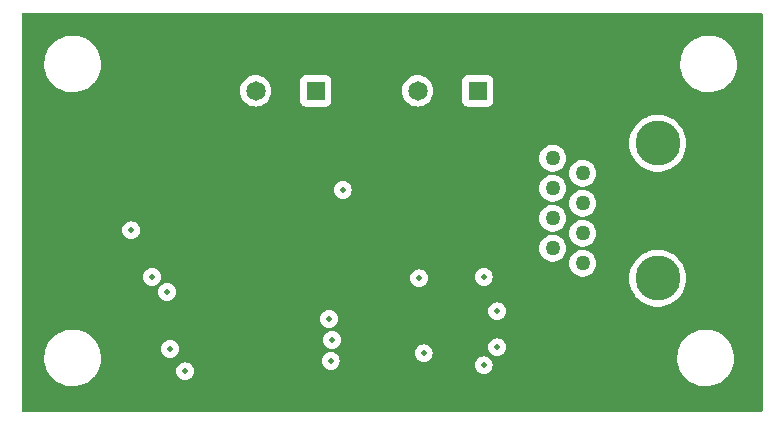
<source format=gbr>
%TF.GenerationSoftware,KiCad,Pcbnew,7.0.1*%
%TF.CreationDate,2023-04-09T11:27:42-07:00*%
%TF.ProjectId,RS485-Module,52533438-352d-44d6-9f64-756c652e6b69,rev?*%
%TF.SameCoordinates,Original*%
%TF.FileFunction,Copper,L3,Inr*%
%TF.FilePolarity,Positive*%
%FSLAX46Y46*%
G04 Gerber Fmt 4.6, Leading zero omitted, Abs format (unit mm)*
G04 Created by KiCad (PCBNEW 7.0.1) date 2023-04-09 11:27:42*
%MOMM*%
%LPD*%
G01*
G04 APERTURE LIST*
%TA.AperFunction,ComponentPad*%
%ADD10C,1.270000*%
%TD*%
%TA.AperFunction,ComponentPad*%
%ADD11C,3.810000*%
%TD*%
%TA.AperFunction,ComponentPad*%
%ADD12R,1.650000X1.650000*%
%TD*%
%TA.AperFunction,ComponentPad*%
%ADD13C,1.650000*%
%TD*%
%TA.AperFunction,ViaPad*%
%ADD14C,0.508000*%
%TD*%
G04 APERTURE END LIST*
D10*
%TO.N,Net-(J3-B)*%
%TO.C,P4*%
X185674000Y-104013000D03*
%TO.N,Net-(J1-B)*%
X183134000Y-102743000D03*
%TO.N,unconnected-(P4-Pad3)*%
X185674000Y-101473000D03*
%TO.N,unconnected-(P4-Pad4)*%
X183134000Y-100203000D03*
%TO.N,unconnected-(P4-Pad5)*%
X185674000Y-98933000D03*
%TO.N,unconnected-(P4-Pad6)*%
X183134000Y-97663000D03*
%TO.N,Net-(J5-B)*%
X185674000Y-96393000D03*
%TO.N,Net-(J7-B)*%
X183134000Y-95123000D03*
D11*
%TO.N,N/C*%
X192024000Y-105283000D03*
X192024000Y-93853000D03*
%TD*%
D12*
%TO.N,Z*%
%TO.C,P3*%
X176784000Y-89408000D03*
D13*
%TO.N,Y*%
X171704000Y-89408000D03*
%TD*%
D12*
%TO.N,A*%
%TO.C,P2*%
X163068000Y-89408000D03*
D13*
%TO.N,B*%
X157988000Y-89408000D03*
%TD*%
D14*
%TO.N,3.3V*%
X148717000Y-99314000D03*
X148717000Y-98298000D03*
X153289000Y-105156000D03*
%TO.N,Earth*%
X171831000Y-105283000D03*
%TO.N,Z*%
X164465000Y-110490000D03*
%TO.N,Y*%
X164338000Y-112268000D03*
%TO.N,B*%
X164211000Y-108712000D03*
%TO.N,Earth*%
X165354000Y-97790000D03*
%TO.N,3.3V*%
X176530000Y-97790000D03*
%TO.N,Net-(J7-B)*%
X177292000Y-112649000D03*
%TO.N,Net-(J5-B)*%
X178435000Y-111125000D03*
X178435000Y-108077000D03*
%TO.N,Net-(J7-B)*%
X177292000Y-105156000D03*
%TO.N,Earth*%
X172212000Y-111633000D03*
X152019000Y-113157000D03*
X150749000Y-111252000D03*
X147447000Y-101219000D03*
%TO.N,3.3V*%
X148844000Y-94107000D03*
%TO.N,Earth*%
X150495000Y-106426000D03*
X149225000Y-105156000D03*
%TO.N,3.3V*%
X152273000Y-106553000D03*
%TD*%
%TA.AperFunction,Conductor*%
%TO.N,3.3V*%
G36*
X200851500Y-82821113D02*
G01*
X200896887Y-82866500D01*
X200913500Y-82928500D01*
X200913500Y-116461500D01*
X200896887Y-116523500D01*
X200851500Y-116568887D01*
X200789500Y-116585500D01*
X138300500Y-116585500D01*
X138238500Y-116568887D01*
X138193113Y-116523500D01*
X138176500Y-116461500D01*
X138176500Y-111936903D01*
X140089794Y-111936903D01*
X140099672Y-112244972D01*
X140148867Y-112549261D01*
X140236570Y-112844760D01*
X140361334Y-113126604D01*
X140361336Y-113126608D01*
X140361337Y-113126609D01*
X140521123Y-113390193D01*
X140713304Y-113631181D01*
X140934724Y-113845614D01*
X141181747Y-114029972D01*
X141450318Y-114181228D01*
X141736025Y-114296899D01*
X142034179Y-114375084D01*
X142339883Y-114414500D01*
X142570974Y-114414500D01*
X142570978Y-114414500D01*
X142620639Y-114411311D01*
X142801601Y-114399693D01*
X143104151Y-114340772D01*
X143396683Y-114243644D01*
X143674393Y-114109907D01*
X143932720Y-113941754D01*
X144167424Y-113741948D01*
X144297298Y-113598941D01*
X144374646Y-113513774D01*
X144374647Y-113513771D01*
X144374650Y-113513769D01*
X144550996Y-113260963D01*
X144605234Y-113157000D01*
X151259725Y-113157000D01*
X151278762Y-113325951D01*
X151334918Y-113486437D01*
X151425377Y-113630402D01*
X151545597Y-113750622D01*
X151545599Y-113750623D01*
X151545600Y-113750624D01*
X151689563Y-113841082D01*
X151850046Y-113897237D01*
X152019000Y-113916274D01*
X152187954Y-113897237D01*
X152348437Y-113841082D01*
X152492400Y-113750624D01*
X152612624Y-113630400D01*
X152703082Y-113486437D01*
X152759237Y-113325954D01*
X152778274Y-113157000D01*
X152759237Y-112988046D01*
X152703082Y-112827563D01*
X152612624Y-112683600D01*
X152612623Y-112683599D01*
X152612622Y-112683597D01*
X152492402Y-112563377D01*
X152348437Y-112472918D01*
X152187951Y-112416762D01*
X152018999Y-112397725D01*
X151850048Y-112416762D01*
X151689562Y-112472918D01*
X151545597Y-112563377D01*
X151425377Y-112683597D01*
X151334918Y-112827562D01*
X151278762Y-112988048D01*
X151259725Y-113157000D01*
X144605234Y-113157000D01*
X144693567Y-112987683D01*
X144696970Y-112978437D01*
X144800020Y-112698416D01*
X144859697Y-112436954D01*
X144868609Y-112397908D01*
X144881141Y-112267999D01*
X163578725Y-112267999D01*
X163597762Y-112436951D01*
X163653918Y-112597437D01*
X163744377Y-112741402D01*
X163864597Y-112861622D01*
X163864599Y-112861623D01*
X163864600Y-112861624D01*
X164008563Y-112952082D01*
X164169046Y-113008237D01*
X164338000Y-113027274D01*
X164506954Y-113008237D01*
X164667437Y-112952082D01*
X164811400Y-112861624D01*
X164931624Y-112741400D01*
X164989683Y-112649000D01*
X176532725Y-112649000D01*
X176551762Y-112817951D01*
X176607918Y-112978437D01*
X176698377Y-113122402D01*
X176818597Y-113242622D01*
X176818599Y-113242623D01*
X176818600Y-113242624D01*
X176962563Y-113333082D01*
X177123046Y-113389237D01*
X177292000Y-113408274D01*
X177460954Y-113389237D01*
X177621437Y-113333082D01*
X177765400Y-113242624D01*
X177885624Y-113122400D01*
X177976082Y-112978437D01*
X178032237Y-112817954D01*
X178051274Y-112649000D01*
X178032237Y-112480046D01*
X177976082Y-112319563D01*
X177885624Y-112175600D01*
X177885623Y-112175599D01*
X177885622Y-112175597D01*
X177765402Y-112055377D01*
X177621437Y-111964918D01*
X177541374Y-111936903D01*
X193683794Y-111936903D01*
X193693672Y-112244972D01*
X193742867Y-112549261D01*
X193830570Y-112844760D01*
X193955334Y-113126604D01*
X193955336Y-113126608D01*
X193955337Y-113126609D01*
X194115123Y-113390193D01*
X194307304Y-113631181D01*
X194528724Y-113845614D01*
X194775747Y-114029972D01*
X195044318Y-114181228D01*
X195330025Y-114296899D01*
X195628179Y-114375084D01*
X195933883Y-114414500D01*
X196164974Y-114414500D01*
X196164978Y-114414500D01*
X196214639Y-114411311D01*
X196395601Y-114399693D01*
X196698151Y-114340772D01*
X196990683Y-114243644D01*
X197268393Y-114109907D01*
X197526720Y-113941754D01*
X197761424Y-113741948D01*
X197891298Y-113598941D01*
X197968646Y-113513774D01*
X197968647Y-113513771D01*
X197968650Y-113513769D01*
X198144996Y-113260963D01*
X198287567Y-112987683D01*
X198290970Y-112978437D01*
X198394020Y-112698416D01*
X198453697Y-112436954D01*
X198462609Y-112397908D01*
X198492206Y-112091098D01*
X198482327Y-111783022D01*
X198433133Y-111478739D01*
X198345431Y-111183244D01*
X198341375Y-111174081D01*
X198220665Y-110901395D01*
X198220663Y-110901391D01*
X198060877Y-110637807D01*
X197868696Y-110396819D01*
X197647276Y-110182386D01*
X197400253Y-109998028D01*
X197131682Y-109846772D01*
X196845975Y-109731101D01*
X196611417Y-109669592D01*
X196547818Y-109652915D01*
X196295227Y-109620347D01*
X196242117Y-109613500D01*
X196011026Y-109613500D01*
X196011022Y-109613500D01*
X195780397Y-109628307D01*
X195477854Y-109687226D01*
X195346844Y-109730725D01*
X195185317Y-109784356D01*
X195185314Y-109784357D01*
X195185312Y-109784358D01*
X194907612Y-109918089D01*
X194649274Y-110086249D01*
X194414575Y-110286052D01*
X194207353Y-110514225D01*
X194031002Y-110767039D01*
X193888432Y-111040316D01*
X193781979Y-111329583D01*
X193713390Y-111630092D01*
X193683794Y-111936903D01*
X177541374Y-111936903D01*
X177460951Y-111908762D01*
X177291999Y-111889725D01*
X177123048Y-111908762D01*
X176962562Y-111964918D01*
X176818597Y-112055377D01*
X176698377Y-112175597D01*
X176607918Y-112319562D01*
X176551762Y-112480048D01*
X176532725Y-112649000D01*
X164989683Y-112649000D01*
X165022082Y-112597437D01*
X165078237Y-112436954D01*
X165097274Y-112268000D01*
X165078237Y-112099046D01*
X165022082Y-111938563D01*
X164931624Y-111794600D01*
X164931623Y-111794599D01*
X164931622Y-111794597D01*
X164811402Y-111674377D01*
X164745551Y-111633000D01*
X171452725Y-111633000D01*
X171471762Y-111801951D01*
X171527918Y-111962437D01*
X171618377Y-112106402D01*
X171738597Y-112226622D01*
X171738599Y-112226623D01*
X171738600Y-112226624D01*
X171882563Y-112317082D01*
X172043046Y-112373237D01*
X172212000Y-112392274D01*
X172380954Y-112373237D01*
X172541437Y-112317082D01*
X172685400Y-112226624D01*
X172805624Y-112106400D01*
X172896082Y-111962437D01*
X172952237Y-111801954D01*
X172971274Y-111633000D01*
X172952237Y-111464046D01*
X172896082Y-111303563D01*
X172805624Y-111159600D01*
X172805623Y-111159599D01*
X172805622Y-111159597D01*
X172771025Y-111125000D01*
X177675725Y-111125000D01*
X177694762Y-111293951D01*
X177750918Y-111454437D01*
X177841377Y-111598402D01*
X177961597Y-111718622D01*
X177961599Y-111718623D01*
X177961600Y-111718624D01*
X178105563Y-111809082D01*
X178266046Y-111865237D01*
X178435000Y-111884274D01*
X178603954Y-111865237D01*
X178764437Y-111809082D01*
X178908400Y-111718624D01*
X179028624Y-111598400D01*
X179119082Y-111454437D01*
X179175237Y-111293954D01*
X179194274Y-111125000D01*
X179175237Y-110956046D01*
X179119082Y-110795563D01*
X179028624Y-110651600D01*
X179028623Y-110651599D01*
X179028622Y-110651597D01*
X178908402Y-110531377D01*
X178764437Y-110440918D01*
X178603951Y-110384762D01*
X178435000Y-110365725D01*
X178266048Y-110384762D01*
X178105562Y-110440918D01*
X177961597Y-110531377D01*
X177841377Y-110651597D01*
X177750918Y-110795562D01*
X177694762Y-110956048D01*
X177675725Y-111125000D01*
X172771025Y-111125000D01*
X172685402Y-111039377D01*
X172541437Y-110948918D01*
X172405623Y-110901395D01*
X172380954Y-110892763D01*
X172380953Y-110892762D01*
X172380951Y-110892762D01*
X172211999Y-110873725D01*
X172043048Y-110892762D01*
X171882562Y-110948918D01*
X171738597Y-111039377D01*
X171618377Y-111159597D01*
X171527918Y-111303562D01*
X171471762Y-111464048D01*
X171452725Y-111633000D01*
X164745551Y-111633000D01*
X164667437Y-111583918D01*
X164506951Y-111527762D01*
X164338000Y-111508725D01*
X164169048Y-111527762D01*
X164008562Y-111583918D01*
X163864597Y-111674377D01*
X163744377Y-111794597D01*
X163653918Y-111938562D01*
X163597762Y-112099048D01*
X163578725Y-112267999D01*
X144881141Y-112267999D01*
X144898206Y-112091098D01*
X144888327Y-111783022D01*
X144839133Y-111478739D01*
X144771838Y-111252000D01*
X149989725Y-111252000D01*
X150008762Y-111420951D01*
X150064918Y-111581437D01*
X150155377Y-111725402D01*
X150275597Y-111845622D01*
X150275599Y-111845623D01*
X150275600Y-111845624D01*
X150419563Y-111936082D01*
X150580046Y-111992237D01*
X150692681Y-112004928D01*
X150748999Y-112011274D01*
X150748999Y-112011273D01*
X150749000Y-112011274D01*
X150917954Y-111992237D01*
X151078437Y-111936082D01*
X151222400Y-111845624D01*
X151342624Y-111725400D01*
X151433082Y-111581437D01*
X151489237Y-111420954D01*
X151508274Y-111252000D01*
X151489237Y-111083046D01*
X151433082Y-110922563D01*
X151342624Y-110778600D01*
X151342623Y-110778599D01*
X151342622Y-110778597D01*
X151222402Y-110658377D01*
X151078437Y-110567918D01*
X150917951Y-110511762D01*
X150749000Y-110492725D01*
X150580048Y-110511762D01*
X150419562Y-110567918D01*
X150275597Y-110658377D01*
X150155377Y-110778597D01*
X150064918Y-110922562D01*
X150008762Y-111083048D01*
X149989725Y-111252000D01*
X144771838Y-111252000D01*
X144751431Y-111183244D01*
X144747375Y-111174081D01*
X144626665Y-110901395D01*
X144626663Y-110901391D01*
X144466877Y-110637807D01*
X144349004Y-110489999D01*
X163705725Y-110489999D01*
X163724762Y-110658951D01*
X163780918Y-110819437D01*
X163871377Y-110963402D01*
X163991597Y-111083622D01*
X163991599Y-111083623D01*
X163991600Y-111083624D01*
X164135563Y-111174082D01*
X164296046Y-111230237D01*
X164465000Y-111249274D01*
X164633954Y-111230237D01*
X164794437Y-111174082D01*
X164938400Y-111083624D01*
X165058624Y-110963400D01*
X165149082Y-110819437D01*
X165205237Y-110658954D01*
X165224274Y-110490000D01*
X165205237Y-110321046D01*
X165149082Y-110160563D01*
X165058624Y-110016600D01*
X165058623Y-110016599D01*
X165058622Y-110016597D01*
X164938402Y-109896377D01*
X164794437Y-109805918D01*
X164633951Y-109749762D01*
X164465000Y-109730725D01*
X164296048Y-109749762D01*
X164135562Y-109805918D01*
X163991597Y-109896377D01*
X163871377Y-110016597D01*
X163780918Y-110160562D01*
X163724762Y-110321048D01*
X163705725Y-110489999D01*
X144349004Y-110489999D01*
X144274696Y-110396819D01*
X144053276Y-110182386D01*
X143806253Y-109998028D01*
X143537682Y-109846772D01*
X143251975Y-109731101D01*
X143017417Y-109669592D01*
X142953818Y-109652915D01*
X142701227Y-109620347D01*
X142648117Y-109613500D01*
X142417026Y-109613500D01*
X142417022Y-109613500D01*
X142186397Y-109628307D01*
X141883854Y-109687226D01*
X141752844Y-109730725D01*
X141591317Y-109784356D01*
X141591314Y-109784357D01*
X141591312Y-109784358D01*
X141313612Y-109918089D01*
X141055274Y-110086249D01*
X140820575Y-110286052D01*
X140613353Y-110514225D01*
X140437002Y-110767039D01*
X140294432Y-111040316D01*
X140187979Y-111329583D01*
X140119390Y-111630092D01*
X140089794Y-111936903D01*
X138176500Y-111936903D01*
X138176500Y-108712000D01*
X163451725Y-108712000D01*
X163470762Y-108880951D01*
X163526918Y-109041437D01*
X163617377Y-109185402D01*
X163737597Y-109305622D01*
X163737599Y-109305623D01*
X163737600Y-109305624D01*
X163881563Y-109396082D01*
X164042046Y-109452237D01*
X164211000Y-109471274D01*
X164379954Y-109452237D01*
X164540437Y-109396082D01*
X164684400Y-109305624D01*
X164804624Y-109185400D01*
X164895082Y-109041437D01*
X164951237Y-108880954D01*
X164970274Y-108712000D01*
X164951237Y-108543046D01*
X164895082Y-108382563D01*
X164804624Y-108238600D01*
X164804623Y-108238599D01*
X164804622Y-108238597D01*
X164684402Y-108118377D01*
X164618551Y-108077000D01*
X177675725Y-108077000D01*
X177694762Y-108245951D01*
X177750918Y-108406437D01*
X177841377Y-108550402D01*
X177961597Y-108670622D01*
X177961599Y-108670623D01*
X177961600Y-108670624D01*
X178105563Y-108761082D01*
X178266046Y-108817237D01*
X178435000Y-108836274D01*
X178603954Y-108817237D01*
X178764437Y-108761082D01*
X178908400Y-108670624D01*
X179028624Y-108550400D01*
X179119082Y-108406437D01*
X179175237Y-108245954D01*
X179194274Y-108077000D01*
X179175237Y-107908046D01*
X179119082Y-107747563D01*
X179028624Y-107603600D01*
X179028623Y-107603599D01*
X179028622Y-107603597D01*
X178908402Y-107483377D01*
X178764437Y-107392918D01*
X178603951Y-107336762D01*
X178435000Y-107317725D01*
X178266048Y-107336762D01*
X178105562Y-107392918D01*
X177961597Y-107483377D01*
X177841377Y-107603597D01*
X177750918Y-107747562D01*
X177694762Y-107908048D01*
X177675725Y-108077000D01*
X164618551Y-108077000D01*
X164540437Y-108027918D01*
X164379951Y-107971762D01*
X164211000Y-107952725D01*
X164042048Y-107971762D01*
X163881562Y-108027918D01*
X163737597Y-108118377D01*
X163617377Y-108238597D01*
X163526918Y-108382562D01*
X163470762Y-108543048D01*
X163451725Y-108712000D01*
X138176500Y-108712000D01*
X138176500Y-106426000D01*
X149735725Y-106426000D01*
X149754762Y-106594951D01*
X149810918Y-106755437D01*
X149901377Y-106899402D01*
X150021597Y-107019622D01*
X150021599Y-107019623D01*
X150021600Y-107019624D01*
X150165563Y-107110082D01*
X150326046Y-107166237D01*
X150495000Y-107185274D01*
X150663954Y-107166237D01*
X150824437Y-107110082D01*
X150968400Y-107019624D01*
X151088624Y-106899400D01*
X151179082Y-106755437D01*
X151235237Y-106594954D01*
X151254274Y-106426000D01*
X151235237Y-106257046D01*
X151179082Y-106096563D01*
X151088624Y-105952600D01*
X151088623Y-105952599D01*
X151088622Y-105952597D01*
X150968402Y-105832377D01*
X150824437Y-105741918D01*
X150663951Y-105685762D01*
X150495000Y-105666725D01*
X150326048Y-105685762D01*
X150165562Y-105741918D01*
X150021597Y-105832377D01*
X149901377Y-105952597D01*
X149810918Y-106096562D01*
X149754762Y-106257048D01*
X149735725Y-106426000D01*
X138176500Y-106426000D01*
X138176500Y-105155999D01*
X148465725Y-105155999D01*
X148484762Y-105324951D01*
X148540918Y-105485437D01*
X148631377Y-105629402D01*
X148751597Y-105749622D01*
X148751599Y-105749623D01*
X148751600Y-105749624D01*
X148895563Y-105840082D01*
X149056046Y-105896237D01*
X149225000Y-105915274D01*
X149393954Y-105896237D01*
X149554437Y-105840082D01*
X149698400Y-105749624D01*
X149818624Y-105629400D01*
X149909082Y-105485437D01*
X149965237Y-105324954D01*
X149969964Y-105283000D01*
X171071725Y-105283000D01*
X171090762Y-105451951D01*
X171146918Y-105612437D01*
X171237377Y-105756402D01*
X171357597Y-105876622D01*
X171357599Y-105876623D01*
X171357600Y-105876624D01*
X171501563Y-105967082D01*
X171662046Y-106023237D01*
X171774682Y-106035928D01*
X171830999Y-106042274D01*
X171830999Y-106042273D01*
X171831000Y-106042274D01*
X171999954Y-106023237D01*
X172160437Y-105967082D01*
X172304400Y-105876624D01*
X172424624Y-105756400D01*
X172515082Y-105612437D01*
X172571237Y-105451954D01*
X172590274Y-105283000D01*
X172575964Y-105155999D01*
X176532725Y-105155999D01*
X176551762Y-105324951D01*
X176607918Y-105485437D01*
X176698377Y-105629402D01*
X176818597Y-105749622D01*
X176818599Y-105749623D01*
X176818600Y-105749624D01*
X176962563Y-105840082D01*
X177123046Y-105896237D01*
X177292000Y-105915274D01*
X177460954Y-105896237D01*
X177621437Y-105840082D01*
X177765400Y-105749624D01*
X177885624Y-105629400D01*
X177976082Y-105485437D01*
X178032237Y-105324954D01*
X178036964Y-105283000D01*
X189613743Y-105283000D01*
X189632749Y-105585079D01*
X189689467Y-105882409D01*
X189782999Y-106170269D01*
X189783001Y-106170274D01*
X189911877Y-106444150D01*
X190074062Y-106699713D01*
X190120161Y-106755437D01*
X190266998Y-106932933D01*
X190487646Y-107140136D01*
X190732519Y-107318046D01*
X190868711Y-107392918D01*
X190997763Y-107463865D01*
X191279190Y-107575290D01*
X191572363Y-107650564D01*
X191796784Y-107678914D01*
X191872657Y-107688500D01*
X191872659Y-107688500D01*
X192175341Y-107688500D01*
X192175343Y-107688500D01*
X192242704Y-107679989D01*
X192475637Y-107650564D01*
X192768810Y-107575290D01*
X193050237Y-107463865D01*
X193315480Y-107318046D01*
X193315922Y-107317725D01*
X193560353Y-107140136D01*
X193688687Y-107019622D01*
X193781001Y-106932934D01*
X193973938Y-106699713D01*
X194136123Y-106444150D01*
X194264999Y-106170274D01*
X194358533Y-105882406D01*
X194415250Y-105585085D01*
X194434256Y-105283000D01*
X194415250Y-104980915D01*
X194358533Y-104683594D01*
X194264999Y-104395726D01*
X194136123Y-104121850D01*
X193973938Y-103866287D01*
X193781001Y-103633066D01*
X193746911Y-103601053D01*
X193560353Y-103425863D01*
X193315480Y-103247953D01*
X193050238Y-103102135D01*
X192768807Y-102990709D01*
X192475638Y-102915436D01*
X192175343Y-102877500D01*
X192175341Y-102877500D01*
X191872659Y-102877500D01*
X191872657Y-102877500D01*
X191572361Y-102915436D01*
X191279192Y-102990709D01*
X190997761Y-103102135D01*
X190732519Y-103247953D01*
X190487646Y-103425863D01*
X190266998Y-103633066D01*
X190095948Y-103839831D01*
X190074062Y-103866287D01*
X189980956Y-104012999D01*
X189911877Y-104121850D01*
X189782999Y-104395730D01*
X189689467Y-104683590D01*
X189632749Y-104980920D01*
X189613743Y-105283000D01*
X178036964Y-105283000D01*
X178051274Y-105156000D01*
X178032237Y-104987046D01*
X177976082Y-104826563D01*
X177885624Y-104682600D01*
X177885623Y-104682599D01*
X177885622Y-104682597D01*
X177765402Y-104562377D01*
X177621437Y-104471918D01*
X177460954Y-104415763D01*
X177460953Y-104415762D01*
X177460951Y-104415762D01*
X177292000Y-104396725D01*
X177123048Y-104415762D01*
X176962562Y-104471918D01*
X176818597Y-104562377D01*
X176698377Y-104682597D01*
X176607918Y-104826562D01*
X176551762Y-104987048D01*
X176532725Y-105155999D01*
X172575964Y-105155999D01*
X172571237Y-105114046D01*
X172515082Y-104953563D01*
X172424624Y-104809600D01*
X172424623Y-104809599D01*
X172424622Y-104809597D01*
X172304402Y-104689377D01*
X172160437Y-104598918D01*
X171999951Y-104542762D01*
X171831000Y-104523725D01*
X171662048Y-104542762D01*
X171501562Y-104598918D01*
X171357597Y-104689377D01*
X171237377Y-104809597D01*
X171146918Y-104953562D01*
X171090762Y-105114048D01*
X171071725Y-105283000D01*
X149969964Y-105283000D01*
X149984274Y-105156000D01*
X149965237Y-104987046D01*
X149909082Y-104826563D01*
X149818624Y-104682600D01*
X149818623Y-104682599D01*
X149818622Y-104682597D01*
X149698402Y-104562377D01*
X149554437Y-104471918D01*
X149393954Y-104415763D01*
X149393953Y-104415762D01*
X149393951Y-104415762D01*
X149225000Y-104396725D01*
X149056048Y-104415762D01*
X148895562Y-104471918D01*
X148751597Y-104562377D01*
X148631377Y-104682597D01*
X148540918Y-104826562D01*
X148484762Y-104987048D01*
X148465725Y-105155999D01*
X138176500Y-105155999D01*
X138176500Y-104012999D01*
X184533635Y-104012999D01*
X184553051Y-104222544D01*
X184610640Y-104424947D01*
X184704439Y-104613322D01*
X184831260Y-104781260D01*
X184986774Y-104923029D01*
X184986776Y-104923030D01*
X184986777Y-104923031D01*
X185165696Y-105033813D01*
X185361924Y-105109832D01*
X185568780Y-105148500D01*
X185779218Y-105148500D01*
X185779220Y-105148500D01*
X185986076Y-105109832D01*
X186182304Y-105033813D01*
X186361223Y-104923031D01*
X186516740Y-104781259D01*
X186643558Y-104613325D01*
X186643558Y-104613323D01*
X186643560Y-104613322D01*
X186737359Y-104424947D01*
X186794948Y-104222544D01*
X186797763Y-104192156D01*
X186814365Y-104013000D01*
X186798319Y-103839832D01*
X186794948Y-103803455D01*
X186737359Y-103601052D01*
X186643560Y-103412677D01*
X186516739Y-103244739D01*
X186361225Y-103102970D01*
X186182304Y-102992187D01*
X186079968Y-102952542D01*
X185986076Y-102916168D01*
X185779220Y-102877500D01*
X185568780Y-102877500D01*
X185365840Y-102915436D01*
X185361924Y-102916168D01*
X185165695Y-102992187D01*
X184986774Y-103102970D01*
X184831260Y-103244739D01*
X184704439Y-103412677D01*
X184610640Y-103601052D01*
X184553051Y-103803455D01*
X184533635Y-104012999D01*
X138176500Y-104012999D01*
X138176500Y-102743000D01*
X181993635Y-102743000D01*
X182013051Y-102952544D01*
X182070640Y-103154947D01*
X182164439Y-103343322D01*
X182291260Y-103511260D01*
X182446774Y-103653029D01*
X182446776Y-103653030D01*
X182446777Y-103653031D01*
X182625696Y-103763813D01*
X182821924Y-103839832D01*
X183028780Y-103878500D01*
X183239218Y-103878500D01*
X183239220Y-103878500D01*
X183446076Y-103839832D01*
X183642304Y-103763813D01*
X183821223Y-103653031D01*
X183976740Y-103511259D01*
X184103558Y-103343325D01*
X184103558Y-103343323D01*
X184103560Y-103343322D01*
X184197359Y-103154947D01*
X184254948Y-102952544D01*
X184258386Y-102915436D01*
X184274365Y-102743000D01*
X184258319Y-102569832D01*
X184254948Y-102533455D01*
X184197359Y-102331052D01*
X184103560Y-102142677D01*
X183976739Y-101974739D01*
X183821225Y-101832970D01*
X183642304Y-101722187D01*
X183565420Y-101692402D01*
X183446076Y-101646168D01*
X183239220Y-101607500D01*
X183028780Y-101607500D01*
X182821924Y-101646167D01*
X182821924Y-101646168D01*
X182625695Y-101722187D01*
X182446774Y-101832970D01*
X182291260Y-101974739D01*
X182164439Y-102142677D01*
X182070640Y-102331052D01*
X182013051Y-102533455D01*
X181993635Y-102743000D01*
X138176500Y-102743000D01*
X138176500Y-101218999D01*
X146687725Y-101218999D01*
X146706762Y-101387951D01*
X146762918Y-101548437D01*
X146853377Y-101692402D01*
X146973597Y-101812622D01*
X146973599Y-101812623D01*
X146973600Y-101812624D01*
X147117563Y-101903082D01*
X147278046Y-101959237D01*
X147447000Y-101978274D01*
X147615954Y-101959237D01*
X147776437Y-101903082D01*
X147920400Y-101812624D01*
X148040624Y-101692400D01*
X148131082Y-101548437D01*
X148157478Y-101473000D01*
X184533635Y-101473000D01*
X184553051Y-101682544D01*
X184610640Y-101884947D01*
X184704439Y-102073322D01*
X184831260Y-102241260D01*
X184986774Y-102383029D01*
X184986776Y-102383030D01*
X184986777Y-102383031D01*
X185165696Y-102493813D01*
X185361924Y-102569832D01*
X185568780Y-102608500D01*
X185779218Y-102608500D01*
X185779220Y-102608500D01*
X185986076Y-102569832D01*
X186182304Y-102493813D01*
X186361223Y-102383031D01*
X186516740Y-102241259D01*
X186643558Y-102073325D01*
X186643558Y-102073323D01*
X186643560Y-102073322D01*
X186737359Y-101884947D01*
X186794948Y-101682544D01*
X186798319Y-101646168D01*
X186814365Y-101473000D01*
X186798319Y-101299832D01*
X186794948Y-101263455D01*
X186737359Y-101061052D01*
X186643560Y-100872677D01*
X186516739Y-100704739D01*
X186361225Y-100562970D01*
X186182304Y-100452187D01*
X186079968Y-100412542D01*
X185986076Y-100376168D01*
X185779220Y-100337500D01*
X185568780Y-100337500D01*
X185361923Y-100376168D01*
X185361924Y-100376168D01*
X185165695Y-100452187D01*
X184986774Y-100562970D01*
X184831260Y-100704739D01*
X184704439Y-100872677D01*
X184610640Y-101061052D01*
X184553051Y-101263455D01*
X184533635Y-101473000D01*
X148157478Y-101473000D01*
X148187237Y-101387954D01*
X148206274Y-101219000D01*
X148187237Y-101050046D01*
X148131082Y-100889563D01*
X148040624Y-100745600D01*
X148040623Y-100745599D01*
X148040622Y-100745597D01*
X147920402Y-100625377D01*
X147776437Y-100534918D01*
X147615951Y-100478762D01*
X147447000Y-100459725D01*
X147278048Y-100478762D01*
X147117562Y-100534918D01*
X146973597Y-100625377D01*
X146853377Y-100745597D01*
X146762918Y-100889562D01*
X146706762Y-101050048D01*
X146687725Y-101218999D01*
X138176500Y-101218999D01*
X138176500Y-100202999D01*
X181993635Y-100202999D01*
X182013051Y-100412544D01*
X182070640Y-100614947D01*
X182164439Y-100803322D01*
X182291260Y-100971260D01*
X182446774Y-101113029D01*
X182446776Y-101113030D01*
X182446777Y-101113031D01*
X182625696Y-101223813D01*
X182821924Y-101299832D01*
X183028780Y-101338500D01*
X183239218Y-101338500D01*
X183239220Y-101338500D01*
X183446076Y-101299832D01*
X183642304Y-101223813D01*
X183821223Y-101113031D01*
X183976740Y-100971259D01*
X184103558Y-100803325D01*
X184103558Y-100803323D01*
X184103560Y-100803322D01*
X184197359Y-100614947D01*
X184254948Y-100412544D01*
X184258319Y-100376168D01*
X184274365Y-100203000D01*
X184258319Y-100029832D01*
X184254948Y-99993455D01*
X184197359Y-99791052D01*
X184103560Y-99602677D01*
X183976739Y-99434739D01*
X183821225Y-99292970D01*
X183642304Y-99182187D01*
X183539968Y-99142542D01*
X183446076Y-99106168D01*
X183239220Y-99067500D01*
X183028780Y-99067500D01*
X182821924Y-99106167D01*
X182821924Y-99106168D01*
X182625695Y-99182187D01*
X182446774Y-99292970D01*
X182291260Y-99434739D01*
X182164439Y-99602677D01*
X182070640Y-99791052D01*
X182013051Y-99993455D01*
X181993635Y-100202999D01*
X138176500Y-100202999D01*
X138176500Y-98932999D01*
X184533635Y-98932999D01*
X184553051Y-99142544D01*
X184610640Y-99344947D01*
X184704439Y-99533322D01*
X184831260Y-99701260D01*
X184986774Y-99843029D01*
X184986776Y-99843030D01*
X184986777Y-99843031D01*
X185165696Y-99953813D01*
X185361924Y-100029832D01*
X185568780Y-100068500D01*
X185779218Y-100068500D01*
X185779220Y-100068500D01*
X185986076Y-100029832D01*
X186182304Y-99953813D01*
X186361223Y-99843031D01*
X186516740Y-99701259D01*
X186643558Y-99533325D01*
X186643558Y-99533323D01*
X186643560Y-99533322D01*
X186737359Y-99344947D01*
X186794948Y-99142544D01*
X186798319Y-99106168D01*
X186814365Y-98933000D01*
X186798319Y-98759832D01*
X186794948Y-98723455D01*
X186737359Y-98521052D01*
X186643560Y-98332677D01*
X186516739Y-98164739D01*
X186361225Y-98022970D01*
X186182304Y-97912187D01*
X186079968Y-97872542D01*
X185986076Y-97836168D01*
X185779220Y-97797500D01*
X185568780Y-97797500D01*
X185361924Y-97836167D01*
X185361924Y-97836168D01*
X185165695Y-97912187D01*
X184986774Y-98022970D01*
X184831260Y-98164739D01*
X184704439Y-98332677D01*
X184610640Y-98521052D01*
X184553051Y-98723455D01*
X184533635Y-98932999D01*
X138176500Y-98932999D01*
X138176500Y-97790000D01*
X164594725Y-97790000D01*
X164613762Y-97958951D01*
X164669918Y-98119437D01*
X164760377Y-98263402D01*
X164880597Y-98383622D01*
X164880599Y-98383623D01*
X164880600Y-98383624D01*
X165024563Y-98474082D01*
X165185046Y-98530237D01*
X165354000Y-98549274D01*
X165522954Y-98530237D01*
X165683437Y-98474082D01*
X165827400Y-98383624D01*
X165947624Y-98263400D01*
X166038082Y-98119437D01*
X166094237Y-97958954D01*
X166113274Y-97790000D01*
X166098964Y-97663000D01*
X181993635Y-97663000D01*
X182013051Y-97872544D01*
X182070640Y-98074947D01*
X182164439Y-98263322D01*
X182291260Y-98431260D01*
X182446774Y-98573029D01*
X182446776Y-98573030D01*
X182446777Y-98573031D01*
X182625696Y-98683813D01*
X182821924Y-98759832D01*
X183028780Y-98798500D01*
X183239218Y-98798500D01*
X183239220Y-98798500D01*
X183446076Y-98759832D01*
X183642304Y-98683813D01*
X183821223Y-98573031D01*
X183976740Y-98431259D01*
X184103558Y-98263325D01*
X184103558Y-98263323D01*
X184103560Y-98263322D01*
X184197359Y-98074947D01*
X184254948Y-97872544D01*
X184258319Y-97836168D01*
X184274365Y-97663000D01*
X184258319Y-97489832D01*
X184254948Y-97453455D01*
X184197359Y-97251052D01*
X184103560Y-97062677D01*
X183976739Y-96894739D01*
X183821225Y-96752970D01*
X183642304Y-96642187D01*
X183539968Y-96602542D01*
X183446076Y-96566168D01*
X183239220Y-96527500D01*
X183028780Y-96527500D01*
X182821923Y-96566168D01*
X182821924Y-96566168D01*
X182625695Y-96642187D01*
X182446774Y-96752970D01*
X182291260Y-96894739D01*
X182164439Y-97062677D01*
X182070640Y-97251052D01*
X182013051Y-97453455D01*
X181993635Y-97663000D01*
X166098964Y-97663000D01*
X166094237Y-97621046D01*
X166038082Y-97460563D01*
X165947624Y-97316600D01*
X165947623Y-97316599D01*
X165947622Y-97316597D01*
X165827402Y-97196377D01*
X165683437Y-97105918D01*
X165522951Y-97049762D01*
X165354000Y-97030725D01*
X165185048Y-97049762D01*
X165024562Y-97105918D01*
X164880597Y-97196377D01*
X164760377Y-97316597D01*
X164669918Y-97460562D01*
X164613762Y-97621048D01*
X164594725Y-97790000D01*
X138176500Y-97790000D01*
X138176500Y-96392999D01*
X184533635Y-96392999D01*
X184553051Y-96602544D01*
X184610640Y-96804947D01*
X184704439Y-96993322D01*
X184831260Y-97161260D01*
X184986774Y-97303029D01*
X184986776Y-97303030D01*
X184986777Y-97303031D01*
X185165696Y-97413813D01*
X185361924Y-97489832D01*
X185568780Y-97528500D01*
X185779218Y-97528500D01*
X185779220Y-97528500D01*
X185986076Y-97489832D01*
X186182304Y-97413813D01*
X186361223Y-97303031D01*
X186516740Y-97161259D01*
X186643558Y-96993325D01*
X186643558Y-96993323D01*
X186643560Y-96993322D01*
X186737359Y-96804947D01*
X186794948Y-96602544D01*
X186798319Y-96566168D01*
X186814365Y-96393000D01*
X186798319Y-96219832D01*
X186794948Y-96183455D01*
X186737359Y-95981052D01*
X186643560Y-95792677D01*
X186516739Y-95624739D01*
X186361225Y-95482970D01*
X186182304Y-95372187D01*
X186079968Y-95332542D01*
X185986076Y-95296168D01*
X185779220Y-95257500D01*
X185568780Y-95257500D01*
X185361923Y-95296168D01*
X185361924Y-95296168D01*
X185165695Y-95372187D01*
X184986774Y-95482970D01*
X184831260Y-95624739D01*
X184704439Y-95792677D01*
X184610640Y-95981052D01*
X184553051Y-96183455D01*
X184533635Y-96392999D01*
X138176500Y-96392999D01*
X138176500Y-95123000D01*
X181993635Y-95123000D01*
X182013051Y-95332544D01*
X182070640Y-95534947D01*
X182164439Y-95723322D01*
X182291260Y-95891260D01*
X182446774Y-96033029D01*
X182446776Y-96033030D01*
X182446777Y-96033031D01*
X182625696Y-96143813D01*
X182821924Y-96219832D01*
X183028780Y-96258500D01*
X183239218Y-96258500D01*
X183239220Y-96258500D01*
X183446076Y-96219832D01*
X183642304Y-96143813D01*
X183821223Y-96033031D01*
X183976740Y-95891259D01*
X184103558Y-95723325D01*
X184103558Y-95723323D01*
X184103560Y-95723322D01*
X184197359Y-95534947D01*
X184254948Y-95332544D01*
X184260770Y-95269713D01*
X184274365Y-95123000D01*
X184254948Y-94913458D01*
X184254948Y-94913455D01*
X184197359Y-94711052D01*
X184103560Y-94522677D01*
X183976739Y-94354739D01*
X183821225Y-94212970D01*
X183642304Y-94102187D01*
X183642303Y-94102186D01*
X183446076Y-94026168D01*
X183239220Y-93987500D01*
X183028780Y-93987500D01*
X182821924Y-94026167D01*
X182821924Y-94026168D01*
X182625695Y-94102187D01*
X182446774Y-94212970D01*
X182291260Y-94354739D01*
X182164439Y-94522677D01*
X182070640Y-94711052D01*
X182013051Y-94913455D01*
X181993635Y-95123000D01*
X138176500Y-95123000D01*
X138176500Y-93852999D01*
X189613743Y-93852999D01*
X189632749Y-94155079D01*
X189689467Y-94452409D01*
X189782999Y-94740269D01*
X189783001Y-94740274D01*
X189911877Y-95014150D01*
X190074062Y-95269713D01*
X190158836Y-95372187D01*
X190266998Y-95502933D01*
X190487646Y-95710136D01*
X190732519Y-95888046D01*
X190996242Y-96033029D01*
X190997763Y-96033865D01*
X191279190Y-96145290D01*
X191572363Y-96220564D01*
X191796785Y-96248914D01*
X191872657Y-96258500D01*
X191872659Y-96258500D01*
X192175341Y-96258500D01*
X192175343Y-96258500D01*
X192242704Y-96249989D01*
X192475637Y-96220564D01*
X192768810Y-96145290D01*
X193050237Y-96033865D01*
X193315480Y-95888046D01*
X193315479Y-95888046D01*
X193560353Y-95710136D01*
X193651289Y-95624741D01*
X193781001Y-95502934D01*
X193973938Y-95269713D01*
X194136123Y-95014150D01*
X194264999Y-94740274D01*
X194358533Y-94452406D01*
X194415250Y-94155085D01*
X194434256Y-93853000D01*
X194415250Y-93550915D01*
X194358533Y-93253594D01*
X194264999Y-92965726D01*
X194136123Y-92691850D01*
X193973938Y-92436287D01*
X193781001Y-92203066D01*
X193560353Y-91995863D01*
X193315480Y-91817953D01*
X193050238Y-91672135D01*
X192768807Y-91560709D01*
X192475638Y-91485436D01*
X192175343Y-91447500D01*
X192175341Y-91447500D01*
X191872659Y-91447500D01*
X191872657Y-91447500D01*
X191572361Y-91485436D01*
X191279192Y-91560709D01*
X190997761Y-91672135D01*
X190732519Y-91817953D01*
X190487646Y-91995863D01*
X190266998Y-92203066D01*
X190074065Y-92436283D01*
X189911877Y-92691850D01*
X189782999Y-92965730D01*
X189689467Y-93253590D01*
X189632749Y-93550920D01*
X189613743Y-93852999D01*
X138176500Y-93852999D01*
X138176500Y-87044903D01*
X140089794Y-87044903D01*
X140099672Y-87352972D01*
X140148867Y-87657261D01*
X140236570Y-87952760D01*
X140361334Y-88234604D01*
X140361336Y-88234608D01*
X140361337Y-88234609D01*
X140521123Y-88498193D01*
X140713304Y-88739181D01*
X140934724Y-88953614D01*
X141181747Y-89137972D01*
X141450318Y-89289228D01*
X141736025Y-89404899D01*
X142034179Y-89483084D01*
X142339883Y-89522500D01*
X142570974Y-89522500D01*
X142570978Y-89522500D01*
X142620639Y-89519311D01*
X142801601Y-89507693D01*
X143104151Y-89448772D01*
X143226949Y-89408000D01*
X156657436Y-89408000D01*
X156677650Y-89639047D01*
X156677651Y-89639050D01*
X156737680Y-89863079D01*
X156835699Y-90073282D01*
X156968730Y-90263269D01*
X157132731Y-90427270D01*
X157322718Y-90560301D01*
X157532921Y-90658320D01*
X157756950Y-90718349D01*
X157856873Y-90727091D01*
X157987999Y-90738563D01*
X157987999Y-90738562D01*
X157988000Y-90738563D01*
X158219050Y-90718349D01*
X158443079Y-90658320D01*
X158653282Y-90560301D01*
X158843269Y-90427270D01*
X158989670Y-90280869D01*
X161742500Y-90280869D01*
X161748909Y-90340483D01*
X161799204Y-90475331D01*
X161885454Y-90590546D01*
X162000669Y-90676796D01*
X162135517Y-90727091D01*
X162195127Y-90733500D01*
X163940872Y-90733499D01*
X164000483Y-90727091D01*
X164135331Y-90676796D01*
X164250546Y-90590546D01*
X164336796Y-90475331D01*
X164387091Y-90340483D01*
X164393500Y-90280873D01*
X164393499Y-89408000D01*
X170373436Y-89408000D01*
X170393650Y-89639047D01*
X170393651Y-89639050D01*
X170453680Y-89863079D01*
X170551699Y-90073282D01*
X170684730Y-90263269D01*
X170848731Y-90427270D01*
X171038718Y-90560301D01*
X171248921Y-90658320D01*
X171472950Y-90718349D01*
X171572873Y-90727091D01*
X171703999Y-90738563D01*
X171703999Y-90738562D01*
X171704000Y-90738563D01*
X171935050Y-90718349D01*
X172159079Y-90658320D01*
X172369282Y-90560301D01*
X172559269Y-90427270D01*
X172705670Y-90280869D01*
X175458500Y-90280869D01*
X175464909Y-90340483D01*
X175515204Y-90475331D01*
X175601454Y-90590546D01*
X175716669Y-90676796D01*
X175851517Y-90727091D01*
X175911127Y-90733500D01*
X177656872Y-90733499D01*
X177716483Y-90727091D01*
X177851331Y-90676796D01*
X177966546Y-90590546D01*
X178052796Y-90475331D01*
X178103091Y-90340483D01*
X178109500Y-90280873D01*
X178109499Y-88535128D01*
X178103091Y-88475517D01*
X178052796Y-88340669D01*
X177966546Y-88225454D01*
X177851331Y-88139204D01*
X177716483Y-88088909D01*
X177656873Y-88082500D01*
X177656869Y-88082500D01*
X175911130Y-88082500D01*
X175851515Y-88088909D01*
X175716669Y-88139204D01*
X175601454Y-88225454D01*
X175515204Y-88340668D01*
X175464909Y-88475516D01*
X175458500Y-88535130D01*
X175458500Y-90280869D01*
X172705670Y-90280869D01*
X172723270Y-90263269D01*
X172856301Y-90073282D01*
X172954320Y-89863079D01*
X173014349Y-89639050D01*
X173034563Y-89408000D01*
X173014349Y-89176950D01*
X172954320Y-88952921D01*
X172856301Y-88742719D01*
X172723270Y-88552731D01*
X172559269Y-88388730D01*
X172369282Y-88255699D01*
X172272365Y-88210506D01*
X172159080Y-88157680D01*
X171935047Y-88097650D01*
X171704000Y-88077436D01*
X171472952Y-88097650D01*
X171248919Y-88157680D01*
X171038721Y-88255698D01*
X171038719Y-88255699D01*
X170848731Y-88388730D01*
X170848727Y-88388733D01*
X170684733Y-88552727D01*
X170684730Y-88552730D01*
X170684730Y-88552731D01*
X170554177Y-88739181D01*
X170551698Y-88742721D01*
X170453680Y-88952919D01*
X170393650Y-89176952D01*
X170373436Y-89408000D01*
X164393499Y-89408000D01*
X164393499Y-88535128D01*
X164387091Y-88475517D01*
X164336796Y-88340669D01*
X164250546Y-88225454D01*
X164135331Y-88139204D01*
X164000483Y-88088909D01*
X163940873Y-88082500D01*
X163940869Y-88082500D01*
X162195130Y-88082500D01*
X162135515Y-88088909D01*
X162000669Y-88139204D01*
X161885454Y-88225454D01*
X161799204Y-88340668D01*
X161748909Y-88475516D01*
X161742500Y-88535130D01*
X161742500Y-90280869D01*
X158989670Y-90280869D01*
X159007270Y-90263269D01*
X159140301Y-90073282D01*
X159238320Y-89863079D01*
X159298349Y-89639050D01*
X159318563Y-89408000D01*
X159298349Y-89176950D01*
X159238320Y-88952921D01*
X159140301Y-88742719D01*
X159007270Y-88552731D01*
X158843269Y-88388730D01*
X158653282Y-88255699D01*
X158556365Y-88210506D01*
X158443080Y-88157680D01*
X158219047Y-88097650D01*
X157988000Y-88077436D01*
X157756952Y-88097650D01*
X157532919Y-88157680D01*
X157322721Y-88255698D01*
X157322719Y-88255699D01*
X157132731Y-88388730D01*
X157132727Y-88388733D01*
X156968733Y-88552727D01*
X156968730Y-88552730D01*
X156968730Y-88552731D01*
X156838177Y-88739181D01*
X156835698Y-88742721D01*
X156737680Y-88952919D01*
X156677650Y-89176952D01*
X156657436Y-89408000D01*
X143226949Y-89408000D01*
X143396683Y-89351644D01*
X143674393Y-89217907D01*
X143932720Y-89049754D01*
X144167424Y-88849948D01*
X144297298Y-88706941D01*
X144374646Y-88621774D01*
X144374647Y-88621771D01*
X144374650Y-88621769D01*
X144550996Y-88368963D01*
X144693567Y-88095683D01*
X144800020Y-87806415D01*
X144868609Y-87505908D01*
X144898206Y-87199098D01*
X144893261Y-87044903D01*
X193937794Y-87044903D01*
X193947672Y-87352972D01*
X193996867Y-87657261D01*
X194084570Y-87952760D01*
X194209334Y-88234604D01*
X194209336Y-88234608D01*
X194209337Y-88234609D01*
X194369123Y-88498193D01*
X194561304Y-88739181D01*
X194782724Y-88953614D01*
X195029747Y-89137972D01*
X195298318Y-89289228D01*
X195584025Y-89404899D01*
X195882179Y-89483084D01*
X196187883Y-89522500D01*
X196418974Y-89522500D01*
X196418978Y-89522500D01*
X196468639Y-89519311D01*
X196649601Y-89507693D01*
X196952151Y-89448772D01*
X197244683Y-89351644D01*
X197522393Y-89217907D01*
X197780720Y-89049754D01*
X198015424Y-88849948D01*
X198145298Y-88706941D01*
X198222646Y-88621774D01*
X198222647Y-88621771D01*
X198222650Y-88621769D01*
X198398996Y-88368963D01*
X198541567Y-88095683D01*
X198648020Y-87806415D01*
X198716609Y-87505908D01*
X198746206Y-87199098D01*
X198736327Y-86891022D01*
X198687133Y-86586739D01*
X198599431Y-86291244D01*
X198599429Y-86291239D01*
X198474665Y-86009395D01*
X198393218Y-85875039D01*
X198314877Y-85745807D01*
X198122696Y-85504819D01*
X197901276Y-85290386D01*
X197654253Y-85106028D01*
X197385682Y-84954772D01*
X197099975Y-84839101D01*
X196865416Y-84777592D01*
X196801818Y-84760915D01*
X196549227Y-84728347D01*
X196496117Y-84721500D01*
X196265026Y-84721500D01*
X196265022Y-84721500D01*
X196034397Y-84736307D01*
X195731854Y-84795226D01*
X195599711Y-84839101D01*
X195439317Y-84892356D01*
X195439314Y-84892357D01*
X195439312Y-84892358D01*
X195161612Y-85026089D01*
X194903274Y-85194249D01*
X194668575Y-85394052D01*
X194461353Y-85622225D01*
X194285002Y-85875039D01*
X194142432Y-86148316D01*
X194035979Y-86437583D01*
X193967390Y-86738092D01*
X193937794Y-87044903D01*
X144893261Y-87044903D01*
X144888327Y-86891022D01*
X144839133Y-86586739D01*
X144751431Y-86291244D01*
X144751429Y-86291239D01*
X144626665Y-86009395D01*
X144545218Y-85875039D01*
X144466877Y-85745807D01*
X144274696Y-85504819D01*
X144053276Y-85290386D01*
X143806253Y-85106028D01*
X143537682Y-84954772D01*
X143251975Y-84839101D01*
X143017416Y-84777592D01*
X142953818Y-84760915D01*
X142701227Y-84728347D01*
X142648117Y-84721500D01*
X142417026Y-84721500D01*
X142417022Y-84721500D01*
X142186397Y-84736307D01*
X141883854Y-84795226D01*
X141751711Y-84839101D01*
X141591317Y-84892356D01*
X141591314Y-84892357D01*
X141591312Y-84892358D01*
X141313612Y-85026089D01*
X141055274Y-85194249D01*
X140820575Y-85394052D01*
X140613353Y-85622225D01*
X140437002Y-85875039D01*
X140294432Y-86148316D01*
X140187979Y-86437583D01*
X140119390Y-86738092D01*
X140089794Y-87044903D01*
X138176500Y-87044903D01*
X138176500Y-82928500D01*
X138193113Y-82866500D01*
X138238500Y-82821113D01*
X138300500Y-82804500D01*
X200789500Y-82804500D01*
X200851500Y-82821113D01*
G37*
%TD.AperFunction*%
%TD*%
M02*

</source>
